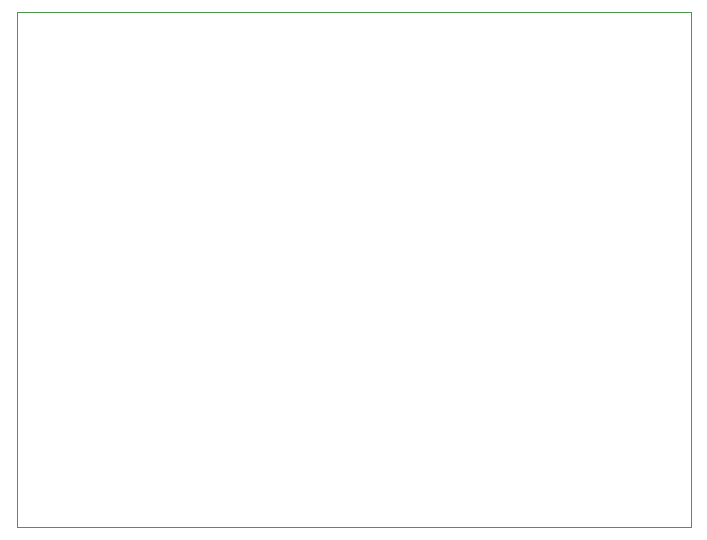
<source format=gbr>
%TF.GenerationSoftware,Altium Limited,Altium Designer,24.0.1 (36)*%
G04 Layer_Color=0*
%FSLAX45Y45*%
%MOMM*%
%TF.SameCoordinates,E673BBFC-20C5-4476-8311-46C70BBC61D0*%
%TF.FilePolarity,Positive*%
%TF.FileFunction,Profile,NP*%
%TF.Part,Single*%
G01*
G75*
%TA.AperFunction,Profile*%
%ADD28C,0.02540*%
D28*
X0Y0D02*
X5702300D01*
Y4356100D01*
X0D01*
Y0D01*
%TF.MD5,20a04990d10b044ab2bf5d709f47d21e*%
M02*

</source>
